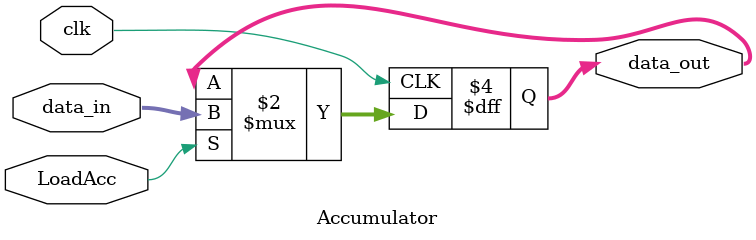
<source format=v>
`timescale 1ns / 1ps


module Accumulator #(parameter n = 16)(input [n-1:0]data_in, input LoadAcc,clk,output reg [n-1:0]data_out);

always @(posedge clk) begin
	if(LoadAcc)
		data_out <= data_in;
end

endmodule

</source>
